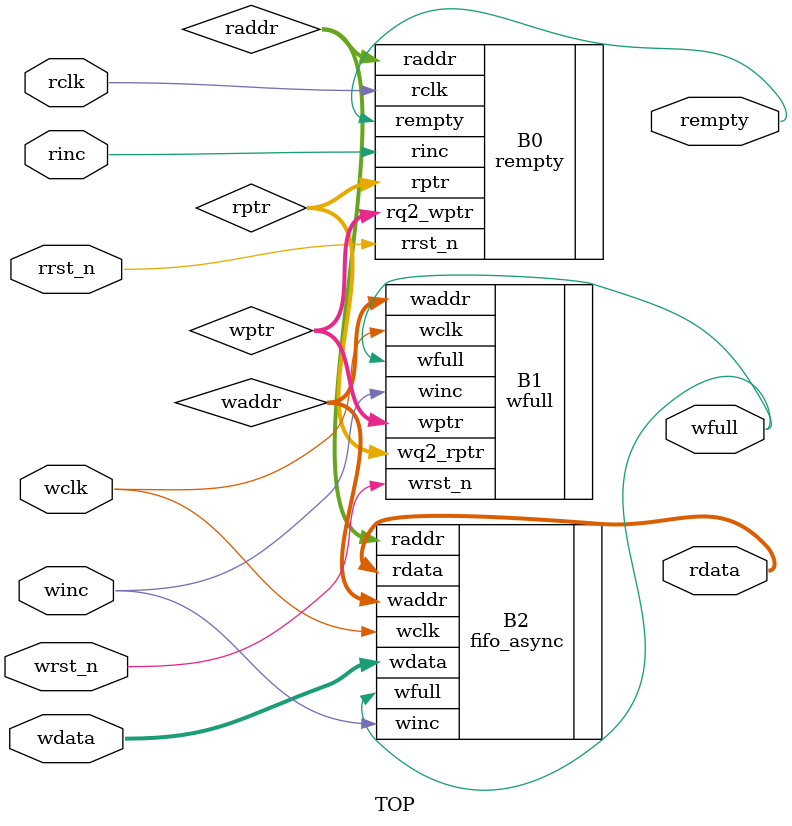
<source format=v>
module TOP #(parameter width = 8, depth = 8, n = $clog2(depth))
(
	input wire wclk,rclk,
	input wire wrst_n,rrst_n,
	input wire winc,rinc,
	input wire [width-1:0] wdata,
	output wire [width-1:0] rdata,
	output wire wfull,rempty
);
	wire [n:0] rq2_wptr,raddr,rptr,wq2_rptr,waddr,wptr;
	
	rempty #(.depth(depth), .n(n)) B0
	(
	.rclk(rclk),
	.rrst_n(rrst_n),
	.rinc(rinc),
	.rq2_wptr(wptr),
	.raddr(raddr),
	.rptr(rptr),
	.rempty(rempty)
	);
	
	wfull #(.depth(depth), .n(n)) B1
	
	(
	.wclk(wclk),
	.wrst_n(wrst_n),
	.winc(winc),
	.wq2_rptr(rptr),
	.waddr(waddr),
	.wptr(wptr),
	.wfull(wfull)
	);
	
	fifo_async #(.width(width), .depth(depth), .n(n)) B2
	(
	.wclk(wclk),
	.waddr(waddr),
	.raddr(raddr),
	.winc(winc), 
	.wfull(wfull),
	.wdata(wdata),
	.rdata(rdata)
	);

endmodule
	
</source>
